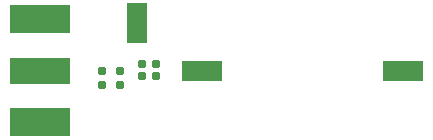
<source format=gbr>
%TF.GenerationSoftware,KiCad,Pcbnew,7.0.5*%
%TF.CreationDate,2026-01-01T21:50:29-06:00*%
%TF.ProjectId,Lora58thsStubShunt,4c6f7261-3538-4746-9873-537475625368,rev?*%
%TF.SameCoordinates,Original*%
%TF.FileFunction,Paste,Top*%
%TF.FilePolarity,Positive*%
%FSLAX46Y46*%
G04 Gerber Fmt 4.6, Leading zero omitted, Abs format (unit mm)*
G04 Created by KiCad (PCBNEW 7.0.5) date 2026-01-01 21:50:29*
%MOMM*%
%LPD*%
G01*
G04 APERTURE LIST*
G04 Aperture macros list*
%AMRoundRect*
0 Rectangle with rounded corners*
0 $1 Rounding radius*
0 $2 $3 $4 $5 $6 $7 $8 $9 X,Y pos of 4 corners*
0 Add a 4 corners polygon primitive as box body*
4,1,4,$2,$3,$4,$5,$6,$7,$8,$9,$2,$3,0*
0 Add four circle primitives for the rounded corners*
1,1,$1+$1,$2,$3*
1,1,$1+$1,$4,$5*
1,1,$1+$1,$6,$7*
1,1,$1+$1,$8,$9*
0 Add four rect primitives between the rounded corners*
20,1,$1+$1,$2,$3,$4,$5,0*
20,1,$1+$1,$4,$5,$6,$7,0*
20,1,$1+$1,$6,$7,$8,$9,0*
20,1,$1+$1,$8,$9,$2,$3,0*%
G04 Aperture macros list end*
%ADD10RoundRect,0.160000X-0.160000X0.197500X-0.160000X-0.197500X0.160000X-0.197500X0.160000X0.197500X0*%
%ADD11RoundRect,0.160000X-0.197500X-0.160000X0.197500X-0.160000X0.197500X0.160000X-0.197500X0.160000X0*%
%ADD12R,5.080000X2.290000*%
%ADD13R,5.080000X2.420000*%
%ADD14R,3.400000X1.800000*%
%ADD15R,1.800000X3.400000*%
G04 APERTURE END LIST*
D10*
%TO.C,R2*%
X87000000Y-83002500D03*
X87000000Y-84197500D03*
%TD*%
D11*
%TO.C,C2*%
X90402500Y-83475000D03*
X91597500Y-83475000D03*
%TD*%
D10*
%TO.C,R1*%
X88500000Y-83002500D03*
X88500000Y-84197500D03*
%TD*%
D12*
%TO.C,J1*%
X81780000Y-83000000D03*
D13*
X81780000Y-78620000D03*
X81780000Y-87380000D03*
%TD*%
D11*
%TO.C,C1*%
X90402500Y-82475000D03*
X91597500Y-82475000D03*
%TD*%
D14*
%TO.C,J3*%
X112500000Y-83000000D03*
%TD*%
%TO.C,J2*%
X95500000Y-83000000D03*
%TD*%
D15*
%TO.C,J4*%
X90000000Y-79000000D03*
%TD*%
M02*

</source>
